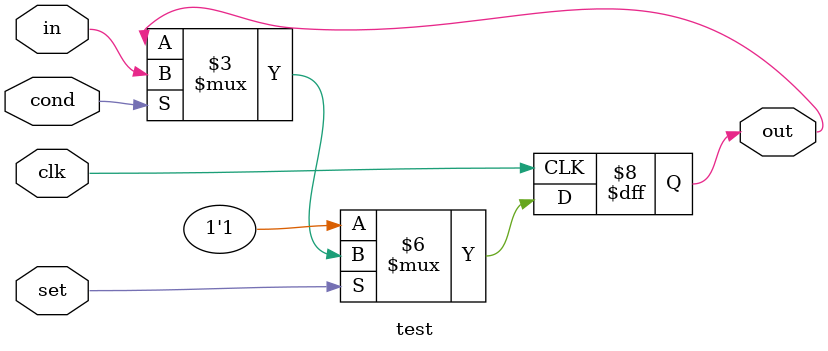
<source format=v>
module test(input  in,  input clk,  cond, set, output reg out);
always @(posedge clk)
    if(!set) out <= 1'b1;
	else if(cond) out <= in;
	
endmodule	

</source>
